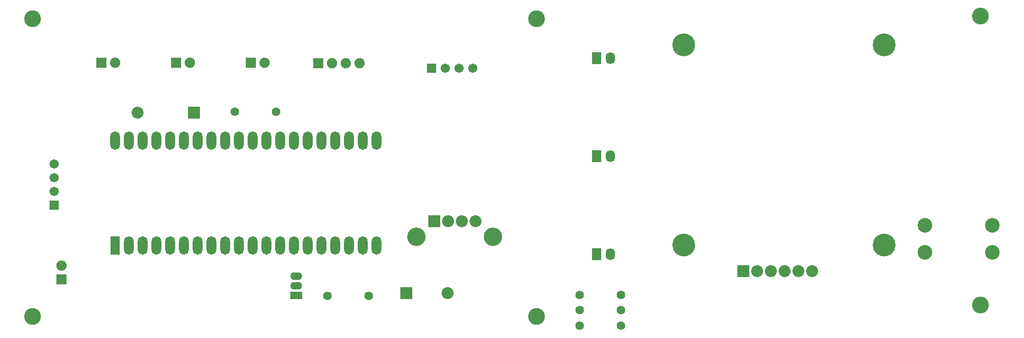
<source format=gbs>
G04*
G04 #@! TF.GenerationSoftware,Altium Limited,Altium Designer,19.0.4 (130)*
G04*
G04 Layer_Color=16711935*
%FSLAX44Y44*%
%MOMM*%
G71*
G01*
G75*
%ADD38C,3.1000*%
%ADD39R,1.8032X3.4032*%
%ADD40O,1.8032X3.4032*%
%ADD41C,1.6032*%
%ADD42R,2.2032X2.2032*%
%ADD43C,2.2032*%
%ADD44C,1.7032*%
%ADD45R,1.7032X1.7032*%
%ADD46C,3.4032*%
%ADD47R,2.2032X2.2032*%
%ADD48R,1.7032X1.7032*%
%ADD49C,4.2032*%
%ADD50C,2.7032*%
%ADD51R,1.7032X2.2032*%
%ADD52O,1.7032X2.2032*%
%ADD53O,2.2032X1.4032*%
%ADD54R,2.2032X1.4032*%
%ADD55R,1.9032X1.9032*%
%ADD56C,1.9032*%
%ADD57R,1.9032X1.9032*%
D38*
X2069000Y451000D02*
D03*
Y985000D02*
D03*
X1249000Y430000D02*
D03*
Y980000D02*
D03*
X319000D02*
D03*
Y430000D02*
D03*
D39*
X471000Y561000D02*
D03*
D40*
X496400D02*
D03*
X521800D02*
D03*
X547200D02*
D03*
X572600D02*
D03*
X598000D02*
D03*
X623400D02*
D03*
X648800D02*
D03*
X674200D02*
D03*
X699600D02*
D03*
X725000D02*
D03*
X750400D02*
D03*
X775800D02*
D03*
X801200D02*
D03*
X826600D02*
D03*
X852000D02*
D03*
X877400D02*
D03*
X902800D02*
D03*
X928200D02*
D03*
X953600D02*
D03*
X471000Y754800D02*
D03*
X496400D02*
D03*
X521800D02*
D03*
X547200D02*
D03*
X572600D02*
D03*
X598000D02*
D03*
X623400D02*
D03*
X648800D02*
D03*
X674200D02*
D03*
X699600D02*
D03*
X725000D02*
D03*
X750400D02*
D03*
X775800D02*
D03*
X801200D02*
D03*
X826600D02*
D03*
X852000D02*
D03*
X877400D02*
D03*
X902800D02*
D03*
X928200D02*
D03*
X953600D02*
D03*
D41*
X862900Y468350D02*
D03*
X939100D02*
D03*
X1405100Y413000D02*
D03*
X1328900D02*
D03*
X1405100Y441500D02*
D03*
X1328900D02*
D03*
X768100Y808000D02*
D03*
X691900D02*
D03*
X1405100Y470000D02*
D03*
X1328900D02*
D03*
D42*
X1009000Y473000D02*
D03*
X1631000Y514000D02*
D03*
X616900Y807000D02*
D03*
D43*
X1085000Y473000D02*
D03*
X1136200Y606000D02*
D03*
X1110800D02*
D03*
X1085400D02*
D03*
X1758000Y514000D02*
D03*
X1732600D02*
D03*
X1707200D02*
D03*
X1681800D02*
D03*
X1656400D02*
D03*
X512300Y807000D02*
D03*
D44*
X1131400Y889000D02*
D03*
X1106000D02*
D03*
X1080600D02*
D03*
X358000Y711800D02*
D03*
Y686400D02*
D03*
Y661000D02*
D03*
D45*
X1055200Y889000D02*
D03*
D46*
X1027400Y576800D02*
D03*
X1168800D02*
D03*
D47*
X1060000Y606000D02*
D03*
D48*
X358000Y635600D02*
D03*
D49*
X1521140Y932090D02*
D03*
X1891140D02*
D03*
X1521140Y562090D02*
D03*
X1891140D02*
D03*
D50*
X1966000Y598000D02*
D03*
X2091000D02*
D03*
Y548000D02*
D03*
X1966000D02*
D03*
D51*
X1359600Y545000D02*
D03*
Y726000D02*
D03*
Y907000D02*
D03*
D52*
X1385000Y545000D02*
D03*
Y726000D02*
D03*
Y907000D02*
D03*
D53*
X805000Y504730D02*
D03*
Y486730D02*
D03*
D54*
Y468730D02*
D03*
D55*
X445600Y899000D02*
D03*
X583348D02*
D03*
X722000D02*
D03*
X846200Y898492D02*
D03*
D56*
X471000Y899000D02*
D03*
X608748D02*
D03*
X747400D02*
D03*
X372000Y523700D02*
D03*
X871600Y898492D02*
D03*
X897000D02*
D03*
X922400D02*
D03*
D57*
X372000Y498300D02*
D03*
M02*

</source>
